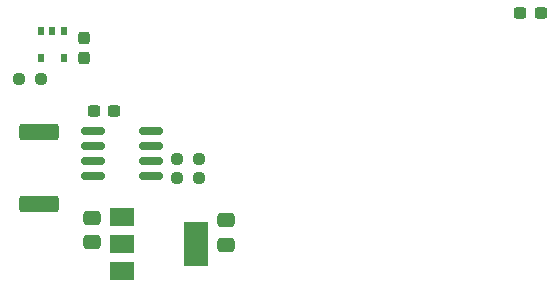
<source format=gbr>
%TF.GenerationSoftware,KiCad,Pcbnew,7.0.10*%
%TF.CreationDate,2024-02-11T00:25:42-05:00*%
%TF.ProjectId,ESP8266_Count3,45535038-3236-4365-9f43-6f756e74332e,v2*%
%TF.SameCoordinates,Original*%
%TF.FileFunction,Paste,Top*%
%TF.FilePolarity,Positive*%
%FSLAX46Y46*%
G04 Gerber Fmt 4.6, Leading zero omitted, Abs format (unit mm)*
G04 Created by KiCad (PCBNEW 7.0.10) date 2024-02-11 00:25:42*
%MOMM*%
%LPD*%
G01*
G04 APERTURE LIST*
G04 Aperture macros list*
%AMRoundRect*
0 Rectangle with rounded corners*
0 $1 Rounding radius*
0 $2 $3 $4 $5 $6 $7 $8 $9 X,Y pos of 4 corners*
0 Add a 4 corners polygon primitive as box body*
4,1,4,$2,$3,$4,$5,$6,$7,$8,$9,$2,$3,0*
0 Add four circle primitives for the rounded corners*
1,1,$1+$1,$2,$3*
1,1,$1+$1,$4,$5*
1,1,$1+$1,$6,$7*
1,1,$1+$1,$8,$9*
0 Add four rect primitives between the rounded corners*
20,1,$1+$1,$2,$3,$4,$5,0*
20,1,$1+$1,$4,$5,$6,$7,0*
20,1,$1+$1,$6,$7,$8,$9,0*
20,1,$1+$1,$8,$9,$2,$3,0*%
G04 Aperture macros list end*
%ADD10RoundRect,0.249999X1.425001X-0.450001X1.425001X0.450001X-1.425001X0.450001X-1.425001X-0.450001X0*%
%ADD11RoundRect,0.237500X-0.250000X-0.237500X0.250000X-0.237500X0.250000X0.237500X-0.250000X0.237500X0*%
%ADD12RoundRect,0.237500X-0.300000X-0.237500X0.300000X-0.237500X0.300000X0.237500X-0.300000X0.237500X0*%
%ADD13RoundRect,0.237500X0.237500X-0.300000X0.237500X0.300000X-0.237500X0.300000X-0.237500X-0.300000X0*%
%ADD14R,0.510000X0.700000*%
%ADD15RoundRect,0.150000X0.825000X0.150000X-0.825000X0.150000X-0.825000X-0.150000X0.825000X-0.150000X0*%
%ADD16RoundRect,0.250000X0.475000X-0.337500X0.475000X0.337500X-0.475000X0.337500X-0.475000X-0.337500X0*%
%ADD17R,2.000000X1.500000*%
%ADD18R,2.000000X3.800000*%
G04 APERTURE END LIST*
D10*
%TO.C,R2*%
X113000000Y-91800000D03*
X113000000Y-85700000D03*
%TD*%
D11*
%TO.C,R3*%
X124687500Y-88000000D03*
X126512500Y-88000000D03*
%TD*%
D12*
%TO.C,C6*%
X153737500Y-75600000D03*
X155462500Y-75600000D03*
%TD*%
D13*
%TO.C,C1*%
X116800000Y-79462500D03*
X116800000Y-77737500D03*
%TD*%
D14*
%TO.C,U1*%
X115050000Y-77140000D03*
X114100000Y-77140000D03*
X113150000Y-77140000D03*
X113150000Y-79460000D03*
X115050000Y-79460000D03*
%TD*%
D15*
%TO.C,U4*%
X122475000Y-89405000D03*
X122475000Y-88135000D03*
X122475000Y-86865000D03*
X122475000Y-85595000D03*
X117525000Y-85595000D03*
X117525000Y-86865000D03*
X117525000Y-88135000D03*
X117525000Y-89405000D03*
%TD*%
D16*
%TO.C,C4*%
X128800000Y-95237500D03*
X128800000Y-93162500D03*
%TD*%
D11*
%TO.C,R1*%
X111287500Y-81200000D03*
X113112500Y-81200000D03*
%TD*%
D17*
%TO.C,U3*%
X120000000Y-92900000D03*
X120000000Y-95200000D03*
D18*
X126300000Y-95200000D03*
D17*
X120000000Y-97500000D03*
%TD*%
D12*
%TO.C,C5*%
X117600000Y-83900000D03*
X119325000Y-83900000D03*
%TD*%
D16*
%TO.C,C3*%
X117500000Y-95037500D03*
X117500000Y-92962500D03*
%TD*%
D11*
%TO.C,R4*%
X124687500Y-89600000D03*
X126512500Y-89600000D03*
%TD*%
M02*

</source>
